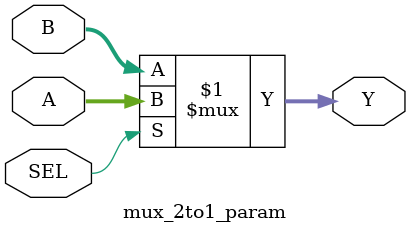
<source format=v>

module mux_2to1_param #
(
  parameter WIDTH = 8
)
(
  input [WIDTH-1:0] A,
  input [WIDTH-1:0] B,
  input SEL,
  output [WIDTH-1:0] Y
);

  assign Y = (SEL)? A : B;

endmodule

</source>
